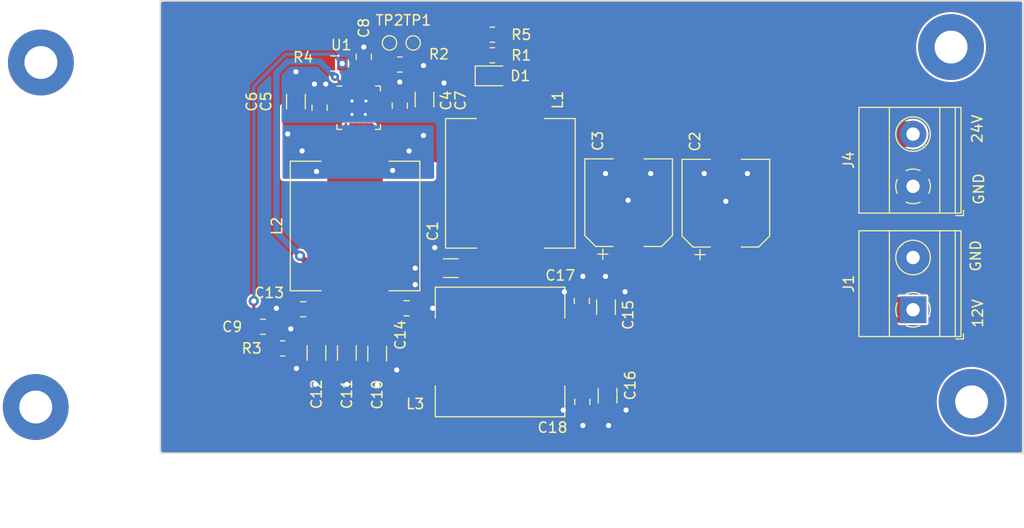
<source format=kicad_pcb>
(kicad_pcb (version 20211014) (generator pcbnew)
  (layers (0 "F.Cu" signal) (31 "B.Cu" signal) (34 "B.Paste" user) (35 "F.Paste" user) (36 "B.SilkS" user "B.Silkscreen") (37 "F.SilkS" user "F.Silkscreen") (38 "B.Mask" user) (39 "F.Mask" user) (44 "Edge.Cuts" user))
  (net 0 "")
  (net 1 "+24V")
  (net 2 "GND")
  (net 3 "/VIN_FILTERED")
  (net 4 "Net-(C8-Pad1)")
  (net 5 "Net-(C9-Pad2)")
  (net 6 "+12V")
  (net 7 "Net-(D1-Pad1)")
  (net 8 "/PG")
  (net 9 "Net-(R2-Pad2)")
  (net 15 "Net-(R1-Pad1)")
  (net 16 "Net-(TP2-Pad1)")
  (net 17 "/SW")
  (net 18 "/L2-L3")
  (footprint "Capacitor_SMD:C_0805_2012Metric" (layer "F.Cu") (at 159.9 94.45 90)
    (fp_text reference "C8" (at 2.8 0 90) (layer "F.SilkS"))
    (fp_text value "100n" hide)
    (fp_line (start -0.261252 -0.735) (end 0.261252 -0.735) (layer "F.SilkS") (width 0.12))
    (fp_line (start -0.261252 0.735) (end 0.261252 0.735) (layer "F.SilkS") (width 0.12))
    (pad "1" smd roundrect (at -0.95 0 90) (size 1 1.45) (layers "F.Cu" "F.Paste" "F.Mask") (net 4 "Net-(C8-Pad1)"))
    (pad "2" smd roundrect (at 0.95 0 90) (size 1 1.45) (layers "F.Cu" "F.Paste" "F.Mask") (net 2 "GND"))
  )
  (footprint "Capacitor_SMD:C_0805_2012Metric" (layer "F.Cu") (at 181.15 128 -90)
    (fp_text reference "C18" (at 2.5 2.9 180) (layer "F.SilkS"))
    (fp_text value "100n" hide)
    (fp_line (start -0.261252 0.735) (end 0.261252 0.735) (layer "F.SilkS") (width 0.12))
    (fp_line (start -0.261252 -0.735) (end 0.261252 -0.735) (layer "F.SilkS") (width 0.12))
    (pad "1" smd roundrect (at -0.95 0 270) (size 1 1.45) (layers "F.Cu" "F.Paste" "F.Mask") (net 6 "+12V"))
    (pad "2" smd roundrect (at 0.95 0 270) (size 1 1.45) (layers "F.Cu" "F.Paste" "F.Mask") (net 2 "GND"))
  )
  (footprint "Resistor_SMD:R_0805_2012Metric" (layer "F.Cu") (at 156.9 95.1 180)
    (fp_text reference "R4" (at 2.9 0.6) (layer "F.SilkS"))
    (fp_text value "88.7k" hide)
    (fp_line (start -0.227064 0.735) (end 0.227064 0.735) (layer "F.SilkS") (width 0.12))
    (fp_line (start -0.227064 -0.735) (end 0.227064 -0.735) (layer "F.SilkS") (width 0.12))
    (pad "1" smd roundrect (at -0.9125 0 180) (size 1.025 1.4) (layers "F.Cu" "F.Paste" "F.Mask") (roundrect_rratio 0.243902) (net 5 "Net-(C9-Pad2)"))
    (pad "2" smd roundrect (at 0.9125 0 180) (size 1.025 1.4) (layers "F.Cu" "F.Paste" "F.Mask") (roundrect_rratio 0.243902) (net 2 "GND"))
  )
  (footprint "TerminalBlock_Phoenix:TerminalBlock_Phoenix_MKDS-1,5-2-5.08_1x02_P5.08mm_Horizontal" (layer "F.Cu") (at 213.305 119.045 90)
    (fp_text reference "J1" (at 2.54 -6.26 90) (layer "F.SilkS"))
    (fp_text value "Screw_Terminal_01x02" hide)
    (fp_line (start 6.355 -1.069) (end 6.308 -1.023) (layer "F.SilkS") (width 0.12))
    (fp_line (start 7.68 -5.261) (end 7.68 4.66) (layer "F.SilkS") (width 0.12))
    (fp_line (start -2.6 -5.261) (end 7.68 -5.261) (layer "F.SilkS") (width 0.12))
    (fp_line (start -2.84 4.16) (end -2.84 4.9) (layer "F.SilkS") (width 0.12))
    (fp_line (start 6.15 -1.275) (end 6.115 -1.239) (layer "F.SilkS") (width 0.12))
    (fp_line (start -2.6 -5.261) (end -2.6 4.66) (layer "F.SilkS") (width 0.12))
    (fp_line (start -2.6 4.1) (end 7.68 4.1) (layer "F.SilkS") (width 0.12))
    (fp_line (start -2.84 4.9) (end -2.34 4.9) (layer "F.SilkS") (width 0.12))
    (fp_line (start -2.6 -2.301) (end 7.68 -2.301) (layer "F.SilkS") (width 0.12))
    (fp_line (start -2.6 2.6) (end 7.68 2.6) (layer "F.SilkS") (width 0.12))
    (fp_line (start -2.6 4.66) (end 7.68 4.66) (layer "F.SilkS") (width 0.12))
    (fp_line (start 4.046 1.239) (end 4.011 1.274) (layer "F.SilkS") (width 0.12))
    (fp_line (start 3.853 1.023) (end 3.806 1.069) (layer "F.SilkS") (width 0.12))
    (fp_arc (start 0.683318 1.534756) (mid 0.349292 1.643288) (end 0 1.68) (layer "F.SilkS") (width 0.12))
    (fp_arc (start 1.535427 -0.683042) (mid 1.680501 0.000524) (end 1.535 0.684) (layer "F.SilkS") (width 0.12))
    (fp_arc (start 0.028805 1.680253) (mid -0.335551 1.646659) (end -0.684 1.535) (layer "F.SilkS") (width 0.12))
    (fp_arc (start -1.535427 0.683042) (mid -1.680501 -0.000524) (end -1.535 -0.684) (layer "F.SilkS") (width 0.12))
    (fp_arc (start -0.683042 -1.535427) (mid 0.000524 -1.680501) (end 0.684 -1.535) (layer "F.SilkS") (width 0.12))
    (fp_circle (center 5.08 0) (end 6.76 0) (layer "F.SilkS") (width 0.12) (fill none))
    (pad "1" thru_hole rect (at 0 0 90) (size 2.6 2.6) (drill 1.3) (layers *.Cu *.Mask) (net 6 "+12V"))
    (pad "2" thru_hole circle (at 5.08 0 90) (size 2.6 2.6) (drill 1.3) (layers *.Cu *.Mask) (net 2 "GND"))
  )
  (footprint "TestPoint:TestPoint_Pad_D1.0mm" (layer "F.Cu") (at 162.4 93.1 180)
    (fp_text reference "TP2" (at 0 2.2 180) (layer "F.SilkS"))
    (fp_text value "TestPoint" hide)
    (fp_circle (center 0 0) (end 0 0.7) (layer "F.SilkS") (width 0.12) (fill none))
    (pad "1" smd circle (at 0 0 180) (size 1 1) (layers "F.Cu" "F.Mask") (net 16 "Net-(TP2-Pad1)"))
  )
  (footprint "Inductor_SMD:L_Wuerth_WE-PD-Typ-LS_Handsoldering" (layer "F.Cu") (at 173.15 123.15)
    (fp_text reference "L3" (at -8.25 5.05) (layer "F.SilkS"))
    (fp_text value "22uH")
    (fp_line (start -6.3 -6.3) (end 6.3 -6.3) (layer "F.SilkS") (width 0.12))
    (fp_line (start 6.3 3.3) (end 6.3 6.3) (layer "F.SilkS") (width 0.12))
    (fp_line (start 6.3 -6.3) (end 6.3 -3.3) (layer "F.SilkS") (width 0.12))
    (fp_line (start 6.3 6.3) (end -6.3 6.3) (layer "F.SilkS") (width 0.12))
    (fp_line (start -6.3 6.3) (end -6.3 3.3) (layer "F.SilkS") (width 0.12))
    (fp_line (start -6.3 -3.3) (end -6.3 -6.3) (layer "F.SilkS") (width 0.12))
    (pad "1" smd rect (at -5.9 0) (size 4.9 5.4) (layers "F.Cu" "F.Paste" "F.Mask") (net 18 "/L2-L3"))
    (pad "2" smd rect (at 5.9 0) (size 4.9 5.4) (layers "F.Cu" "F.Paste" "F.Mask") (net 6 "+12V"))
  )
  (footprint "Resistor_SMD:R_0805_2012Metric" (layer "F.Cu") (at 172.4 92.3)
    (fp_text reference "R5" (at 2.8125 0) (layer "F.SilkS"))
    (fp_text value "2.2k" hide)
    (fp_line (start -0.227064 -0.735) (end 0.227064 -0.735) (layer "F.SilkS") (width 0.12))
    (fp_line (start -0.227064 0.735) (end 0.227064 0.735) (layer "F.SilkS") (width 0.12))
    (pad "1" smd roundrect (at -0.9125 0) (size 1.025 1.4) (layers "F.Cu" "F.Paste" "F.Mask") (roundrect_rratio 0.243902) (net 8 "/PG"))
    (pad "2" smd roundrect (at 0.9125 0) (size 1.025 1.4) (layers "F.Cu" "F.Paste" "F.Mask") (roundrect_rratio 0.243902) (net 15 "Net-(R1-Pad1)"))
  )
  (footprint "Capacitor_SMD:C_0805_2012Metric" (layer "F.Cu") (at 181.1 118.2 90)
    (fp_text reference "C17" (at 2.5 -2.1) (layer "F.SilkS"))
    (fp_text value "100n" hide)
    (fp_line (start -0.261252 -0.735) (end 0.261252 -0.735) (layer "F.SilkS") (width 0.12))
    (fp_line (start -0.261252 0.735) (end 0.261252 0.735) (layer "F.SilkS") (width 0.12))
    (pad "1" smd roundrect (at -0.95 0 90) (size 1 1.45) (layers "F.Cu" "F.Paste" "F.Mask") (net 6 "+12V"))
    (pad "2" smd roundrect (at 0.95 0 90) (size 1 1.45) (layers "F.Cu" "F.Paste" "F.Mask") (net 2 "GND"))
  )
  (footprint "Resistor_SMD:R_0805_2012Metric" (layer "F.Cu") (at 150.1 120.7 180)
    (fp_text reference "C9" (at 3 0) (layer "F.SilkS"))
    (fp_text value "4.7p" hide)
    (fp_line (start -0.227064 -0.735) (end 0.227064 -0.735) (layer "F.SilkS") (width 0.12))
    (fp_line (start -0.227064 0.735) (end 0.227064 0.735) (layer "F.SilkS") (width 0.12))
    (pad "1" smd roundrect (at -0.9125 0 180) (size 1.025 1.4) (layers "F.Cu" "F.Paste" "F.Mask") (roundrect_rratio 0.243902) (net 18 "/L2-L3"))
    (pad "2" smd roundrect (at 0.9125 0 180) (size 1.025 1.4) (layers "F.Cu" "F.Paste" "F.Mask") (roundrect_rratio 0.243902) (net 5 "Net-(C9-Pad2)"))
  )
  (footprint "TerminalBlock_Phoenix:TerminalBlock_Phoenix_MKDS-1,5-2-5.08_1x02_P5.08mm_Horizontal" (layer "F.Cu") (at 213.305 107.045 90)
    (fp_text reference "J4" (at 2.54 -6.26 90) (layer "F.SilkS"))
    (fp_text value "Screw_Terminal_01x02" hide)
    (fp_line (start -2.6 2.6) (end 7.68 2.6) (layer "F.SilkS") (width 0.12))
    (fp_line (start -2.84 4.16) (end -2.84 4.9) (layer "F.SilkS") (width 0.12))
    (fp_line (start -2.6 -5.261) (end -2.6 4.66) (layer "F.SilkS") (width 0.12))
    (fp_line (start -2.6 4.1) (end 7.68 4.1) (layer "F.SilkS") (width 0.12))
    (fp_line (start 3.853 1.023) (end 3.806 1.069) (layer "F.SilkS") (width 0.12))
    (fp_line (start -2.6 -2.301) (end 7.68 -2.301) (layer "F.SilkS") (width 0.12))
    (fp_line (start 4.046 1.239) (end 4.011 1.274) (layer "F.SilkS") (width 0.12))
    (fp_line (start 6.15 -1.275) (end 6.115 -1.239) (layer "F.SilkS") (width 0.12))
    (fp_line (start -2.6 4.66) (end 7.68 4.66) (layer "F.SilkS") (width 0.12))
    (fp_line (start -2.6 -5.261) (end 7.68 -5.261) (layer "F.SilkS") (width 0.12))
    (fp_line (start 6.355 -1.069) (end 6.308 -1.023) (layer "F.SilkS") (width 0.12))
    (fp_line (start -2.84 4.9) (end -2.34 4.9) (layer "F.SilkS") (width 0.12))
    (fp_line (start 7.68 -5.261) (end 7.68 4.66) (layer "F.SilkS") (width 0.12))
    (fp_arc (start 1.535427 -0.683042) (mid 1.680501 0.000524) (end 1.535 0.684) (layer "F.SilkS") (width 0.12))
    (fp_arc (start -1.535427 0.683042) (mid -1.680501 -0.000524) (end -1.535 -0.684) (layer "F.SilkS") (width 0.12))
    (fp_arc (start 0.028805 1.680253) (mid -0.335551 1.646659) (end -0.684 1.535) (layer "F.SilkS") (width 0.12))
    (fp_arc (start 0.683318 1.534756) (mid 0.349292 1.643288) (end 0 1.68) (layer "F.SilkS") (width 0.12))
    (fp_arc (start -0.683042 -1.535427) (mid 0.000524 -1.680501) (end 0.684 -1.535) (layer "F.SilkS") (width 0.12))
    (fp_circle (center 5.08 0) (end 6.76 0) (layer "F.SilkS") (width 0.12) (fill none))
    (pad "1" thru_hole rect (at 0 0 90) (size 2.6 2.6) (drill 1.3) (layers *.Cu *.Mask) (net 2 "GND"))
    (pad "2" thru_hole circle (at 5.08 0 90) (size 2.6 2.6) (drill 1.3) (layers *.Cu *.Mask) (net 1 "+24V"))
  )
  (footprint "Capacitor_SMD:C_1206_3216Metric" (layer "F.Cu") (at 165.8 98.6 90)
    (fp_text reference "C7" (at -0.1 3.5 90) (layer "F.SilkS"))
    (fp_text value "10u")
    (fp_line (start -0.711252 0.91) (end 0.711252 0.91) (layer "F.SilkS") (width 0.12))
    (fp_line (start -0.711252 -0.91) (end 0.711252 -0.91) (layer "F.SilkS") (width 0.12))
    (pad "1" smd roundrect (at -1.475 0 90) (size 1.15 1.8) (layers "F.Cu" "F.Paste" "F.Mask") (roundrect_rratio 0.217391) (net 3 "/VIN_FILTERED"))
    (pad "2" smd roundrect (at 1.475 0 90) (size 1.15 1.8) (layers "F.Cu" "F.Paste" "F.Mask") (roundrect_rratio 0.217391) (net 2 "GND"))
  )
  (footprint "TestPoint:TestPoint_Pad_D1.0mm" (layer "F.Cu") (at 164.7 93.1)
    (fp_text reference "TP1" (at 0.4 -2.2) (layer "F.SilkS"))
    (fp_text value "TestPoint" hide)
    (fp_circle (center 0 0) (end 0 0.7) (layer "F.SilkS") (width 0.12) (fill none))
    (pad "1" smd circle (at 0 0) (size 1 1) (layers "F.Cu" "F.Mask") (net 2 "GND"))
  )
  (footprint "Capacitor_SMD:C_0805_2012Metric" (layer "F.Cu") (at 163.4 99.2 90)
    (fp_text reference "C4" (at 0.5 4.5 90) (layer "F.SilkS"))
    (fp_text value "1u")
    (fp_line (start -0.261252 -0.735) (end 0.261252 -0.735) (layer "F.SilkS") (width 0.12))
    (fp_line (start -0.261252 0.735) (end 0.261252 0.735) (layer "F.SilkS") (width 0.12))
    (pad "1" smd roundrect (at -0.95 0 90) (size 1 1.45) (layers "F.Cu" "F.Paste" "F.Mask") (net 3 "/VIN_FILTERED"))
    (pad "2" smd roundrect (at 0.95 0 90) (size 1 1.45) (layers "F.Cu" "F.Paste" "F.Mask") (net 2 "GND"))
  )
  (footprint "Resistor_SMD:R_0805_2012Metric" (layer "F.Cu") (at 163.4 95.2 180)
    (fp_text reference "R2" (at -3.8 1) (layer "F.SilkS"))
    (fp_text value "41.2k" hide)
    (fp_line (start -0.227064 -0.735) (end 0.227064 -0.735) (layer "F.SilkS") (width 0.12))
    (fp_line (start -0.227064 0.735) (end 0.227064 0.735) (layer "F.SilkS") (width 0.12))
    (pad "1" smd roundrect (at -0.9125 0 180) (size 1.025 1.4) (layers "F.Cu" "F.Paste" "F.Mask") (roundrect_rratio 0.243902) (net 2 "GND"))
    (pad "2" smd roundrect (at 0.9125 0 180) (size 1.025 1.4) (layers "F.Cu" "F.Paste" "F.Mask") (roundrect_rratio 0.243902) (net 9 "Net-(R2-Pad2)"))
  )
  (footprint "Capacitor_SMD:C_1206_3216Metric" (layer "F.Cu") (at 158.25 123.25 -90)
    (fp_text reference "C11" (at 4 0 90) (layer "F.SilkS"))
    (fp_text value "10u" hide)
    (fp_line (start -0.711252 0.91) (end 0.711252 0.91) (layer "F.SilkS") (width 0.12))
    (fp_line (start -0.711252 -0.91) (end 0.711252 -0.91) (layer "F.SilkS") (width 0.12))
    (pad "1" smd roundrect (at -1.475 0 270) (size 1.15 1.8) (layers "F.Cu" "F.Paste" "F.Mask") (roundrect_rratio 0.217391) (net 18 "/L2-L3"))
    (pad "2" smd roundrect (at 1.475 0 270) (size 1.15 1.8) (layers "F.Cu" "F.Paste" "F.Mask") (roundrect_rratio 0.217391) (net 2 "GND"))
  )
  (footprint "MountingHole:MountingHole_3.2mm_M3_Pad" (layer "F.Cu") (at 219 128)
    (fp_text reference "H2" hide)
    (fp_text value "MountingHole" hide)
    (pad "1" thru_hole circle (at 0 0) (size 6.4 6.4) (drill 3.2) (layers *.Cu *.Mask))
  )
  (footprint "Capacitor_SMD:CP_Elec_8x6.2" (layer "F.Cu") (at 195.1 108.6825 90)
    (fp_text reference "C2" (at 6 -3 90) (layer "F.SilkS"))
    (fp_text value "47u")
    (fp_line (start -4.26 -3.195563) (end -4.26 -1.51) (layer "F.SilkS") (width 0.12))
    (fp_line (start -5.5 -2.51) (end -4.5 -2.51) (layer "F.SilkS") (width 0.12))
    (fp_line (start 4.26 4.26) (end 4.26 1.51) (layer "F.SilkS") (width 0.12))
    (fp_line (start 4.26 -4.26) (end 4.26 -1.51) (layer "F.SilkS") (width 0.12))
    (fp_line (start -3.195563 -4.26) (end 4.26 -4.26) (layer "F.SilkS") (width 0.12))
    (fp_line (start -4.26 3.195563) (end -3.195563 4.26) (layer "F.SilkS") (width 0.12))
    (fp_line (start -3.195563 4.26) (end 4.26 4.26) (layer "F.SilkS") (width 0.12))
    (fp_line (start -4.26 3.195563) (end -4.26 1.51) (layer "F.SilkS") (width 0.12))
    (fp_line (start -5 -3.01) (end -5 -2.01) (layer "F.SilkS") (width 0.12))
    (fp_line (start -4.26 -3.195563) (end -3.195563 -4.26) (layer "F.SilkS") (width 0.12))
    (pad "1" smd roundrect (at -3.05 0 90) (size 4 2.5) (layers "F.Cu" "F.Paste" "F.Mask") (roundrect_rratio 0.1) (net 1 "+24V"))
    (pad "2" smd roundrect (at 3.05 0 90) (size 4 2.5) (layers "F.Cu" "F.Paste" "F.Mask") (roundrect_rratio 0.1) (net 2 "GND"))
  )
  (footprint "Inductor_SMD:L_Wuerth_WE-PD-Typ-LS_Handsoldering" (layer "F.Cu") (at 174.15 106.75 90)
    (fp_text reference "L1" (at 8.1 4.6 90) (layer "F.SilkS"))
    (fp_text value "4.7uH")
    (fp_line (start 6.3 -6.3) (end 6.3 -3.3) (layer "F.SilkS") (width 0.12))
    (fp_line (start -6.3 -3.3) (end -6.3 -6.3) (layer "F.SilkS") (width 0.12))
    (fp_line (start 6.3 3.3) (end 6.3 6.3) (layer "F.SilkS") (width 0.12))
    (fp_line (start -6.3 -6.3) (end 6.3 -6.3) (layer "F.SilkS") (width 0.12))
    (fp_line (start 6.3 6.3) (end -6.3 6.3) (layer "F.SilkS") (width 0.12))
    (fp_line (start -6.3 6.3) (end -6.3 3.3) (layer "F.SilkS") (width 0.12))
    (pad "1" smd rect (at -5.9 0 90) (size 4.9 5.4) (layers "F.Cu" "F.Paste" "F.Mask") (net 1 "+24V"))
    (pad "2" smd rect (at 5.9 0 90) (size 4.9 5.4) (layers "F.Cu" "F.Paste" "F.Mask") (net 3 "/VIN_FILTERED"))
  )
  (footprint "Capacitor_SMD:C_0805_2012Metric" (layer "F.Cu") (at 154 119 180)
    (fp_text reference "C13" (at 3.3 1.6) (layer "F.SilkS"))
    (fp_text value "100n" hide)
    (fp_line (start -0.261252 -0.735) (end 0.261252 -0.735) (layer "F.SilkS") (width 0.12))
    (fp_line (start -0.261252 0.735) (end 0.261252 0.735) (layer "F.SilkS") (width 0.12))
    (pad "1" smd roundrect (at -0.95 0 180) (size 1 1.45) (layers "F.Cu" "F.Paste" "F.Mask") (net 18 "/L2-L3"))
    (pad "2" smd roundrect (at 0.95 0 180) (size 1 1.45) (layers "F.Cu" "F.Paste" "F.Mask") (net 2 "GND"))
  )
  (footprint "Personal:LQFN-24-4x4mm_P0.5mm_4EP_1.125mm" (layer "F.Cu") (at 159.4 99.4)
    (fp_text reference "U1" (at -1.7 -6.1) (layer "F.SilkS"))
    (fp_text value "LT8640S" hide)
    (fp_line (start 2.11 -2.11) (end 2.11 -1.635) (layer "F.SilkS") (width 0.12))
    (fp_line (start 2.11 2.11) (end 2.11 1.635) (layer "F.SilkS") (width 0.12))
    (fp_line (start 1.635 -2.11) (end 2.11 -2.11) (layer "F.SilkS") (width 0.12))
    (fp_line (start -2.11 2.11) (end -2.11 1.635) (layer "F.SilkS") (width 0.12))
    (fp_line (start -1.635 -2.11) (end -2.11 -2.11) (layer "F.SilkS") (width 0.12))
    (fp_line (start -1.635 2.11) (end -2.11 2.11) (layer "F.SilkS") (width 0.12))
    (fp_line (start 1.635 2.11) (end 2.11 2.11) (layer "F.SilkS") (width 0.12))
    (pad "1" smd roundrect (at -1.9375 -1.25) (size 0.875 0.25) (layers "F.Cu" "F.Paste" "F.Mask") (net 18 "/L2-L3"))
    (pad "2" smd roundrect (at -1.9375 -0.75) (size 0.875 0.25) (layers "F.Cu" "F.Paste" "F.Mask"))
    (pad "3" smd roundrect (at -1.9375 -0.25) (size 0.875 0.25) (layers "F.Cu" "F.Paste" "F.Mask") (net 2 "GND"))
    (pad "4" smd roundrect (at -1.9375 0.25) (size 0.875 0.25) (layers "F.Cu" "F.Paste" "F.Mask"))
    (pad "5" smd roundrect (at -1.9375 0.75) (size 0.875 0.25) (layers "F.Cu" "F.Paste" "F.Mask") (net 3 "/VIN_FILTERED"))
    (pad "6" smd roundrect (at -1.9375 1.25) (size 0.875 0.25) (layers "F.Cu" "F.Paste" "F.Mask") (net 3 "/VIN_FILTERED"))
    (pad "7" smd roundrect (at -1.25 1.9375) (size 0.25 0.875) (layers "F.Cu" "F.Paste" "F.Mask"))
    (pad "8" smd roundrect (at -0.75 1.9375) (size 0.25 0.875) (layers "F.Cu" "F.Paste" "F.Mask") (net 17 "/SW"))
    (pad "9" smd roundrect (at -0.25 1.9375) (size 0.25 0.875) (layers "F.Cu" "F.Paste" "F.Mask") (net 17 "/SW"))
    (pad "10" smd roundrect (at 0.25 1.9375) (size 0.25 0.875) (layers "F.Cu" "F.Paste" "F.Mask") (net 17 "/SW"))
    (pad "11" smd roundrect (at 0.75 1.9375) (size 0.25 0.875) (layers "F.Cu" "F.Paste" "F.Mask") (net 17 "/SW"))
    (pad "12" smd roundrect (at 1.25 1.9375) (size 0.25 0.875) (layers "F.Cu" "F.Paste" "F.Mask") (net 17 "/SW"))
    (pad "13" smd roundrect (at 1.9375 1.25) (size 0.875 0.25) (layers "F.Cu" "F.Paste" "F.Mask") (net 3 "/VIN_FILTERED"))
    (pad "14" smd roundrect (at 1.9375 0.75) (size 0.875 0.25) (layers "F.Cu" "F.Paste" "F.Mask") (net 3 "/VIN_FILTERED"))
    (pad "15" smd roundrect (at 1.9375 0.25) (size 0.875 0.25) (layers "F.Cu" "F.Paste" "F.Mask"))
    (pad "16" smd roundrect (at 1.9375 -0.25) (size 0.875 0.25) (layers "F.Cu" "F.Paste" "F.Mask") (net 2 "GND"))
    (pad "17" smd roundrect (at 1.9375 -0.75) (size 0.875 0.25) (layers "F.Cu" "F.Paste" "F.Mask") (net 3 "/VIN_FILTERED"))
    (pad "18" smd roundrect (at 1.9375 -1.25) (size 0.875 0.25) (layers "F.Cu" "F.Paste" "F.Mask") (net 9 "Net-(R2-Pad2)"))
    (pad "19" smd roundrect (at 1.25 -1.9375) (size 0.25 0.875) (layers "F.Cu" "F.Paste" "F.Mask") (net 16 "Net-(TP2-Pad1)"))
    (pad "20" smd roundrect (at 0.75 -1.9375) (size 0.25 0.875) (layers "F.Cu" "F.Paste" "F.Mask"))
    (pad "21" smd roundrect (at 0.25 -1.9375) (size 0.25 0.875) (layers "F.Cu" "F.Paste" "F.Mask") (net 4 "Net-(C8-Pad1)"))
    (pad "22" smd roundrect (at -0.25 -1.9375) (size 0.25 0.875) (layers "F.Cu" "F.Paste" "F.Mask") (net 2 "GND"))
    (pad "23" smd roundrect (at -0.75 -1.9375) (size 0.25 0.875) (layers "F.Cu" "F.Paste" "F.Mask") (net 8 "/PG"))
    (pad "24" smd roundrect (at -1.25 -1.9375) (size 0.25 0.875) (layers "F.Cu" "F.Paste" "F.Mask") (net 5 "Net-(C9-Pad2)"))
    (pad "25" smd roundrect (at -0.6625 -0.6625) (size 1.125 1.125) (layers "F.Cu" "F.Mask") (roundrect_rratio 0) (chamfer_ratio 0.18) (chamfer top_left) (net 2 "GND"))
    (pad "26" smd rect (at 0.6625 -0.6625) (size 1.125 1.125) (layers "F.Cu" "F.Mask") (net 2 "GND"))
    (pad "27" smd rect (at -0.6625 0.6625) (size 1.125 1.125) (layers "F.Cu" "F.Mask") (net 2 "GND"))
    (pad "28" smd rect (at 0.6625 0.6625) (size 1.125 1.125) (layers "F.Cu" "F.Mask") (net 2 "GND"))
  )
  (footprint "Capacitor_SMD:C_1206_3216Metric" (layer "F.Cu") (at 161.2 123.3 -90)
    (fp_text reference "C10" (at 4 0 90) (layer "F.SilkS"))
    (fp_text value "47u" hide)
    (fp_line (start -0.711252 0.91) (end 0.711252 0.91) (layer "F.SilkS") (width 0.12))
    (fp_line (start -0.711252 -0.91) (end 0.711252 -0.91) (layer "F.SilkS") (width 0.12))
    (pad "1" smd roundrect (at -1.475 0 270) (size 1.15 1.8) (layers "F.Cu" "F.Paste" "F.Mask") (roundrect_rratio 0.217391) (net 18 "/L2-L3"))
    (pad "2" smd roundrect (at 1.475 0 270) (size 1.15 1.8) (layers "F.Cu" "F.Paste" "F.Mask") (roundrect_rratio 0.217391) (net 2 "GND"))
  )
  (footprint "Capacitor_SMD:C_1206_3216Metric" (layer "F.Cu") (at 155.3 123.25 -90)
    (fp_text reference "C12" (at 4 0 90) (layer "F.SilkS"))
    (fp_text value "10u" hide)
    (fp_line (start -0.711252 -0.91) (end 0.711252 -0.91) (layer "F.SilkS") (width 0.12))
    (fp_line (start -0.711252 0.91) (end 0.711252 0.91) (layer "F.SilkS") (width 0.12))
    (pad "1" smd roundrect (at -1.475 0 270) (size 1.15 1.8) (layers "F.Cu" "F.Paste" "F.Mask") (roundrect_rratio 0.217391) (net 18 "/L2-L3"))
    (pad "2" smd roundrect (at 1.475 0 270) (size 1.15 1.8) (layers "F.Cu" "F.Paste" "F.Mask") (roundrect_rratio 0.217391) (net 2 "GND"))
  )
  (footprint "MountingHole:MountingHole_3.2mm_M3_Pad" (layer "F.Cu") (at 128.5 95)
    (fp_text reference "H3" hide)
    (fp_text value "MountingHole" hide)
    (pad "1" thru_hole circle (at 0 0) (size 6.4 6.4) (drill 3.2) (layers *.Cu *.Mask))
  )
  (footprint "Capacitor_SMD:C_1206_3216Metric" (layer "F.Cu") (at 183.6 127.4 -90)
    (fp_text reference "C16" (at -1 -2.2 -90) (layer "F.SilkS"))
    (fp_text value "10u" hide)
    (fp_line (start -0.711252 -0.91) (end 0.711252 -0.91) (layer "F.SilkS") (width 0.12))
    (fp_line (start -0.711252 0.91) (end 0.711252 0.91) (layer "F.SilkS") (width 0.12))
    (pad "1" smd roundrect (at -1.475 0 270) (size 1.15 1.8) (layers "F.Cu" "F.Paste" "F.Mask") (roundrect_rratio 0.217391) (net 6 "+12V"))
    (pad "2" smd roundrect (at 1.475 0 270) (size 1.15 1.8) (layers "F.Cu" "F.Paste" "F.Mask") (roundrect_rratio 0.217391) (net 2 "GND"))
  )
  (footprint "Capacitor_SMD:CP_Elec_8x6.2" (layer "F.Cu") (at 185.65 108.6325 90)
    (fp_text reference "C3" (at 6 -3 90) (layer "F.SilkS"))
    (fp_text value "47u")
    (fp_line (start -3.195563 -4.26) (end 4.26 -4.26) (layer "F.SilkS") (width 0.12))
    (fp_line (start 4.26 -4.26) (end 4.26 -1.51) (layer "F.SilkS") (width 0.12))
    (fp_line (start -5.5 -2.51) (end -4.5 -2.51) (layer "F.SilkS") (width 0.12))
    (fp_line (start 4.26 4.26) (end 4.26 1.51) (layer "F.SilkS") (width 0.12))
    (fp_line (start -4.26 -3.195563) (end -3.195563 -4.26) (layer "F.SilkS") (width 0.12))
    (fp_line (start -3.195563 4.26) (end 4.26 4.26) (layer "F.SilkS") (width 0.12))
    (fp_line (start -4.26 3.195563) (end -3.195563 4.26) (layer "F.SilkS") (width 0.12))
    (fp_line (start -4.26 3.195563) (end -4.26 1.51) (layer "F.SilkS") (width 0.12))
    (fp_line (start -5 -3.01) (end -5 -2.01) (layer "F.SilkS") (width 0.12))
    (fp_line (start -4.26 -3.195563) (end -4.26 -1.51) (layer "F.SilkS") (width 0.12))
    (pad "1" smd roundrect (at -3.05 0 90) (size 4 2.5) (layers "F.Cu" "F.Paste" "F.Mask") (roundrect_rratio 0.1) (net 1 "+24V"))
    (pad "2" smd roundrect (at 3.05 0 90) (size 4 2.5) (layers "F.Cu" "F.Paste" "F.Mask") (roundrect_rratio 0.1) (net 2 "GND"))
  )
  (footprint "Capacitor_SMD:C_0805_2012Metric" (layer "F.Cu") (at 164.05 118.9)
    (fp_text reference "C14" (at -0.6 2.6 270) (layer "F.SilkS"))
    (fp_text value "100n" hide)
    (fp_line (start -0.261252 0.735) (end 0.261252 0.735) (layer "F.SilkS") (width 0.12))
    (fp_line (start -0.261252 -0.735) (end 0.261252 -0.735) (layer "F.SilkS") (width 0.12))
    (pad "1" smd roundrect (at -0.95 0) (size 1 1.45) (layers "F.Cu" "F.Paste" "F.Mask") (net 18 "/L2-L3"))
    (pad "2" smd roundrect (at 0.95 0) (size 1 1.45) (layers "F.Cu" "F.Paste" "F.Mask") (net 2 "GND"))
  )
  (footprint "MountingHole:MountingHole_3.2mm_M3_Pad" (layer "F.Cu") (at 217 93.5)
    (fp_text reference "H1" hide)
    (fp_text value "MountingHole" hide)
    (pad "1" thru_hole circle (at 0 0) (size 6.4 6.4) (drill 3.2) (layers *.Cu *.Mask))
  )
  (footprint "MountingHole:MountingHole_3.2mm_M3_Pad" (layer "F.Cu") (at 128 128.5)
    (fp_text reference "H4" hide)
    (fp_text value "MountingHole" hide)
    (pad "1" thru_hole circle (at 0 0) (size 6.4 6.4) (drill 3.2) (layers *.Cu *.Mask))
  )
  (footprint "Capacitor_SMD:C_1206_3216Metric" (layer "F.Cu") (at 168.35 115 180)
    (fp_text reference "C1" (at 1.75 3.6 90) (layer "F.SilkS"))
    (fp_text value "22u" hide)
    (fp_line (start -0.711252 0.91) (end 0.711252 0.91) (layer "F.SilkS") (width 0.12))
    (fp_line (start -0.711252 -0.91) (end 0.711252 -0.91) (layer "F.SilkS") (width 0.12))
    (pad "1" smd roundrect (at -1.475 0 180) (size 1.15 1.8) (layers "F.Cu" "F.Paste" "F.Mask") (roundrect_rratio 0.217391) (net 1 "+24V"))
    (pad "2" smd roundrect (at 1.475 0 180) (size 1.15 1.8) (layers "F.Cu" "F.Paste" "F.Mask") (roundrect_rratio 0.217391) (net 2 "GND"))
  )
  (footprint "Capacitor_SMD:C_1206_3216Metric" (layer "F.Cu") (at 153.3 98.8 90)
    (fp_text reference "C6" (at 0 -4.3 90) (layer "F.SilkS"))
    (fp_text value "10u")
    (fp_line (start -0.711252 0.91) (end 0.711252 0.91) (layer "F.SilkS") (width 0.12))
    (fp_line (start -0.711252 -0.91) (end 0.711252 -0.91) (layer "F.SilkS") (width 0.12))
    (pad "1" smd roundrect (at -1.475 0 90) (size 1.15 1.8) (layers "F.Cu" "F.Paste" "F.Mask") (roundrect_rratio 0.217391) (net 3 "/VIN_FILTERED"))
    (pad "2" smd roundrect (at 1.475 0 90) (size 1.15 1.8) (layers "F.Cu" "F.Paste" "F.Mask") (roundrect_rratio 0.217391) (net 2 "GND"))
  )
  (footprint "Resistor_SMD:R_0805_2012Metric" (layer "F.Cu") (at 172.4 94.3 180)
    (fp_text reference "R1" (at -2.8125 0) (layer "F.SilkS"))
    (fp_text value "2.2k" hide)
    (fp_line (start -0.227064 0.735) (end 0.227064 0.735) (layer "F.SilkS") (width 0.12))
    (fp_line (start -0.227064 -0.735) (end 0.227064 -0.735) (layer "F.SilkS") (width 0.12))
    (pad "1" smd roundrect (at -0.9125 0 180) (size 1.025 1.4) (layers "F.Cu" "F.Paste" "F.Mask") (roundrect_rratio 0.243902) (net 15 "Net-(R1-Pad1)"))
    (pad "2" smd roundrect (at 0.9125 0 180) (size 1.025 1.4) (layers "F.Cu" "F.Paste" "F.Mask") (roundrect_rratio 0.243902) (net 7 "Net-(D1-Pad1)"))
  )
  (footprint "LED_SMD:LED_0805_2012Metric" (layer "F.Cu") (at 172.4125 96.3)
    (fp_text reference "D1" (at 2.7 0) (layer "F.SilkS"))
    (fp_text value "GREEN" hide)
    (fp_line (start -1.685 0.96) (end 1 0.96) (layer "F.SilkS") (width 0.12))
    (fp_line (start 1 -0.96) (end -1.685 -0.96) (layer "F.SilkS") (width 0.12))
    (fp_line (start -1.685 -0.96) (end -1.685 0.96) (layer "F.SilkS") (width 0.12))
    (pad "1" smd roundrect (at -0.9375 0) (size 0.975 1.4) (layers "F.Cu" "F.Paste" "F.Mask") (net 7 "Net-(D1-Pad1)"))
    (pad "2" smd roundrect (at 0.9375 0) (size 0.975 1.4) (layers "F.Cu" "F.Paste" "F.Mask") (net 3 "/VIN_FILTERED"))
  )
  (footprint "Resistor_SMD:R_0805_2012Metric" (layer "F.Cu") (at 152 122.8 180)
    (fp_text reference "R3" (at 3 0) (layer "F.SilkS"))
    (fp_text value "1M" hide)
    (fp_line (start -0.227064 0.735) (end 0.227064 0.735) (layer "F.SilkS") (width 0.12))
    (fp_line (start -0.227064 -0.735) (end 0.227064 -0.735) (layer "F.SilkS") (width 0.12))
    (pad "1" smd roundrect (at -0.9125 0 180) (size 1.025 1.4) (layers "F.Cu" "F.Paste" "F.Mask") (roundrect_rratio 0.243902) (net 18 "/L2-L3"))
    (pad "2" smd roundrect (at 0.9125 0 180) (size 1.025 1.4) (layers "F.Cu" "F.Paste" "F.Mask") (roundrect_rratio 0.243902) (net 5 "Net-(C9-Pad2)"))
  )
  (footprint "Capacitor_SMD:C_0805_2012Metric" (layer "F.Cu") (at 155.6 99.4 90)
    (fp_text reference "C5" (at 0.6 -5.2 270) (layer "F.SilkS"))
    (fp_text value "1u")
    (fp_line (start -0.261252 -0.735) (end 0.261252 -0.735) (layer "F.SilkS") (width 0.12))
    (fp_line (start -0.261252 0.735) (end 0.261252 0.735) (layer "F.SilkS") (width 0.12))
    (pad "1" smd roundrect (at -0.95 0 90) (size 1 1.45) (layers "F.Cu" "F.Paste" "F.Mask") (net 3 "/VIN_FILTERED"))
    (pad "2" smd roundrect (at 0.95 0 90) (size 1 1.45) (layers "F.Cu" "F.Paste" "F.Mask") (net 2 "GND"))
  )
  (footprint "Capacitor_SMD:C_1206_3216Metric" (layer "F.Cu") (at 183.45 118.8 90)
    (fp_text reference "C15" (at -0.75 2.15 270) (layer "F.SilkS"))
    (fp_text value "10u" hide)
    (fp_line (start -0.711252 -0.91) (end 0.711252 -0.91) (layer "F.SilkS") (width 0.12))
    (fp_line (start -0.711252 0.91) (end 0.711252 0.91) (layer "F.SilkS") (width 0.12))
    (pad "1" smd roundrect (at -1.475 0 90) (size 1.15 1.8) (layers "F.Cu" "F.Paste" "F.Mask") (roundrect_rratio 0.217391) (net 6 "+12V"))
    (pad "2" smd roundrect (at 1.475 0 90) (size 1.15 1.8) (layers "F.Cu" "F.Paste" "F.Mask") (roundrect_rratio 0.217391) (net 2 "GND"))
  )
  (footprint "Inductor_SMD:L_Wuerth_WE-PD-Typ-LS_Handsoldering" (layer "F.Cu") (at 159.05 110.9 -90)
    (fp_text reference "L2" (at 0 7.6 90) (layer "F.SilkS"))
    (fp_text value "4.7uH")
    (fp_line (start -6.3 -3.3) (end -6.3 -6.3) (layer "F.SilkS") (width 0.12))
    (fp_line (start -6.3 6.3) (end -6.3 3.3) (layer "F.SilkS") (width 0.12))
    (fp_line (start 6.3 -6.3) (end 6.3 -3.3) (layer "F.SilkS") (width 0.12))
    (fp_line (start 6.3 6.3) (end -6.3 6.3) (layer "F.SilkS") (width 0.12))
    (fp_line (start -6.3 -6.3) (end 6.3 -6.3) (layer "F.SilkS") (width 0.12))
    (fp_line (start 6.3 3.3) (end 6.3 6.3) (layer "F.SilkS") (width 0.12))
    (pad "1" smd rect (at -5.9 0 270) (size 4.9 5.4) (layers "F.Cu" "F.Paste" "F.Mask") (net 17 "/SW"))
    (pad "2" smd rect (at 5.9 0 270) (size 4.9 5.4) (layers "F.Cu" "F.Paste" "F.Mask") (net 18 "/L2-L3"))
  )
  (gr_rect (start 224 133) (end 140.1 89) (layer "Edge.Cuts") (width 0.1) (fill none))
  (gr_text "12V" (at 219.6 119.4 90) (layer "F.SilkS") (effects (font (size 1 1))))
  (gr_text "GND" (at 219.4 113.8 90) (layer "F.SilkS") (effects (font (size 1 1))))
  (gr_text "24V" (at 219.55 101.45 90) (layer "F.SilkS") (effects (font (size 1 1))))
  (gr_text "GND" (at 219.7 107.3 90) (layer "F.SilkS") (effects (font (size 1 1))))
  (segment (start 207.835 101.965) (end 213.305 101.965) (width 2.5) (layer "F.Cu") (net 1))
  (segment (start 198.0675 111.7325) (end 207.835 101.965) (width 2.5) (layer "F.Cu") (net 1))
  (segment (start 195.1 111.7325) (end 198.0675 111.7325) (width 2.5) (layer "F.Cu") (net 1))
  (via (at 195.1 108.5) (size 1) (drill 0.5) (layers "F.Cu" "B.Cu") (net 2))
  (via (at 165.7 95.3) (size 1) (drill 0.5) (layers "F.Cu" "B.Cu") (net 2))
  (via (at 160.1 98.75) (size 0.8) (drill 0.3) (layers "F.Cu" "B.Cu") (net 2))
  (via (at 185.6 108.4) (size 1) (drill 0.5) (layers "F.Cu" "B.Cu") (net 2))
  (via (at 166.8 113) (size 1) (drill 0.5) (layers "F.Cu" "B.Cu") (net 2))
  (via (at 166.6 118.9) (size 1) (drill 0.5) (layers "F.Cu" "B.Cu") (net 2))
  (via (at 187.8 105.8) (size 1) (drill 0.5) (layers "F.Cu" "B.Cu") (net 2))
  (via (at 160.05 100.05) (size 0.8) (drill 0.3) (layers "F.Cu" "B.Cu") (net 2))
  (via (at 164.9 116.6) (size 1) (drill 0.5) (layers "F.Cu" "B.Cu") (net 2))
  (via (at 161.2 126.35) (size 1) (drill 0.5) (layers "F.Cu" "B.Cu") (net 2))
  (via (at 151.4 118.9) (size 1) (drill 0.5) (layers "F.Cu" "B.Cu") (net 2))
  (via (at 158.75 98.75) (size 0.8) (drill 0.3) (layers "F.Cu" "B.Cu") (net 2))
  (via (at 155.2 126.3) (size 1) (drill 0.5) (layers "F.Cu" "B.Cu") (net 2))
  (via (at 179.4 117.3) (size 1) (drill 0.5) (layers "F.Cu" "B.Cu") (net 2))
  (via (at 167.7 97) (size 1) (drill 0.5) (layers "F.Cu" "B.Cu") (net 2))
  (via (at 181.2 130.3) (size 1) (drill 0.5) (layers "F.Cu" "B.Cu") (net 2))
  (via (at 183.7 130.3) (size 1) (drill 0.5) (layers "F.Cu" "B.Cu") (net 2))
  (via (at 159.9 93.5) (size 1) (drill 0.5) (layers "F.Cu" "B.Cu") (net 2))
  (via (at 158.75 100.05) (size 0.8) (drill 0.3) (layers "F.Cu" "B.Cu") (net 2))
  (via (at 181.2 115.8) (size 1) (drill 0.5) (layers "F.Cu" "B.Cu") (net 2))
  (via (at 163.4 96.9) (size 1) (drill 0.5) (layers "F.Cu" "B.Cu") (net 2))
  (via (at 197.2 105.8) (size 1) (drill 0.5) (layers "F.Cu" "B.Cu") (net 2))
  (via (at 164.9 115) (size 1) (drill 0.5) (layers "F.Cu" "B.Cu") (net 2))
  (via (at 183.4 115.8) (size 1) (drill 0.5) (layers "F.Cu" "B.Cu") (net 2))
  (via (at 158.25 126.3) (size 1) (drill 0.5) (layers "F.Cu" "B.Cu") (net 2))
  (via (at 185.4 128.8) (size 1) (drill 0.5) (layers "F.Cu" "B.Cu") (net 2))
  (via (at 163.1 124.9) (size 1) (drill 0.5) (layers "F.Cu" "B.Cu") (net 2))
  (via (at 152.8 120.9) (size 1) (drill 0.5) (layers "F.Cu" "B.Cu") (net 2))
  (via (at 153.35 124.75) (size 1) (drill 0.5) (layers "F.Cu" "B.Cu") (net 2))
  (via (at 185.3 117.3) (size 1) (drill 0.5) (layers "F.Cu" "B.Cu") (net 2))
  (via (at 179.3 128.8) (size 1) (drill 0.5) (layers "F.Cu" "B.Cu") (net 2))
  (via (at 193 105.8) (size 1) (drill 0.5) (layers "F.Cu" "B.Cu") (net 2))
  (via (at 156.2 97.1) (size 1) (drill 0.5) (layers "F.Cu" "B.Cu") (net 2))
  (via (at 153.3 95.9) (size 1) (drill 0.5) (layers "F.Cu" "B.Cu") (net 2))
  (via (at 155.1 97.1) (size 1) (drill 0.5) (layers "F.Cu" "B.Cu") (net 2))
  (via (at 183.4 105.8) (size 1) (drill 0.5) (layers "F.Cu" "B.Cu") (net 2))
  (segment (start 161.9 98.65) (end 161.3375 98.65) (width 0.2) (layer "F.Cu") (net 3))
  (segment (start 174.15 100.85) (end 174.15 97.1) (width 0.2) (layer "F.Cu") (net 3))
  (segment (start 174.15 97.1) (end 173.35 96.3) (width 0.2) (layer "F.Cu") (net 3))
  (segment (start 163.4 100.15) (end 161.9 98.65) (width 0.2) (layer "F.Cu") (net 3))
  (via (at 165.7 102.1) (size 1) (drill 0.5) (layers "F.Cu" "B.Cu") (net 3))
  (via (at 153.9 103.6) (size 1) (drill 0.5) (layers "F.Cu" "B.Cu") (net 3))
  (via (at 152.5 101.95) (size 1) (drill 0.5) (layers "F.Cu" "B.Cu") (net 3))
  (via (at 164.3 103.6) (size 1) (drill 0.5) (layers "F.Cu" "B.Cu") (net 3))
  (via (at 155.3 105.6) (size 1) (drill 0.5) (layers "F.Cu" "B.Cu") (net 3))
  (via (at 162.7 105.5) (size 1) (drill 0.5) (layers "F.Cu" "B.Cu") (net 3))
  (segment (start 159.65 95.6) (end 159.9 95.35) (width 0.2) (layer "F.Cu") (net 4))
  (segment (start 159.65 97.4625) (end 159.65 95.6) (width 0.2) (layer "F.Cu") (net 4))
  (segment (start 149.2 120.6875) (end 149.1875 120.7) (width 0.3) (layer "F.Cu") (net 5))
  (segment (start 158.15 95.45) (end 158.15 97.4625) (width 0.3) (layer "F.Cu") (net 5))
  (segment (start 157.8 95.1) (end 158.15 95.45) (width 0.3) (layer "F.Cu") (net 5))
  (segment (start 149.1875 120.7) (end 149.1875 120.9) (width 0.3) (layer "F.Cu") (net 5))
  (segment (start 149.1875 120.9) (end 151.0875 122.8) (width 0.3) (layer "F.Cu") (net 5))
  (segment (start 149.2 118.2) (end 149.2 120.6875) (width 0.3) (layer "F.Cu") (net 5))
  (via (at 157.8 95.1) (size 1) (drill 0.5) (layers "F.Cu" "B.Cu") (net 5))
  (via (at 149.2 118.2) (size 1) (drill 0.5) (layers "F.Cu" "B.Cu") (net 5))
  (segment (start 152.3 94.2) (end 149.2 97.3) (width 0.3) (layer "B.Cu") (net 5))
  (segment (start 149.2 97.3) (end 149.2 118.2) (width 0.3) (layer "B.Cu") (net 5))
  (segment (start 157.8 95.1) (end 156.9 94.2) (width 0.3) (layer "B.Cu") (net 5))
  (segment (start 156.9 94.2) (end 152.3 94.2) (width 0.3) (layer "B.Cu") (net 5))
  (segment (start 188.55 123.15) (end 192.655 119.045) (width 2.5) (layer "F.Cu") (net 6))
  (segment (start 192.655 119.045) (end 213.305 119.045) (width 2.5) (layer "F.Cu") (net 6))
  (segment (start 179.05 123.15) (end 188.55 123.15) (width 2.5) (layer "F.Cu") (net 6))
  (segment (start 171.4875 96.2875) (end 171.475 96.3) (width 0.2) (layer "F.Cu") (net 7))
  (segment (start 171.4875 94.3) (end 171.4875 96.2875) (width 0.2) (layer "F.Cu") (net 7))
  (segment (start 159.947862 91.9) (end 171.0875 91.9) (width 0.2) (layer "F.Cu") (net 8))
  (segment (start 171.0875 91.9) (end 171.4875 92.3) (width 0.2) (layer "F.Cu") (net 8))
  (segment (start 158.65 97.4625) (end 158.65 96.45) (width 0.2) (layer "F.Cu") (net 8))
  (segment (start 158.65 96.45) (end 158.8 96.3) (width 0.2) (layer "F.Cu") (net 8))
  (segment (start 158.8 96.3) (end 158.8 93.047862) (width 0.2) (layer "F.Cu") (net 8))
  (segment (start 158.8 93.047862) (end 159.947862 91.9) (width 0.2) (layer "F.Cu") (net 8))
  (segment (start 161.3375 98.15) (end 161.85 98.15) (width 0.2) (layer "F.Cu") (net 9))
  (segment (start 162.4875 97.5125) (end 162.4875 95.2) (width 0.2) (layer "F.Cu") (net 9))
  (segment (start 161.85 98.15) (end 162.4875 97.5125) (width 0.2) (layer "F.Cu") (net 9))
  (segment (start 173.3125 92.3) (end 173.3125 94.3) (width 0.2) (layer "F.Cu") (net 15))
  (segment (start 161.1 96.2) (end 161.1 94.1) (width 0.2) (layer "F.Cu") (net 16))
  (segment (start 160.65 96.65) (end 161.1 96.2) (width 0.2) (layer "F.Cu") (net 16))
  (segment (start 161.1 94.1) (end 162.1 93.1) (width 0.2) (layer "F.Cu") (net 16))
  (segment (start 162.1 93.1) (end 162.4 93.1) (width 0.2) (layer "F.Cu") (net 16))
  (segment (start 160.65 97.4625) (end 160.65 96.65) (width 0.2) (layer "F.Cu") (net 16))
  (segment (start 157.1 96.4) (end 157.4625 96.7625) (width 0.2) (layer "F.Cu") (net 18))
  (segment (start 152.9125 122.8) (end 154.275 122.8) (width 0.3) (layer "F.Cu") (net 18))
  (segment (start 153.7 113.8) (end 156.7 116.8) (width 0.6) (layer "F.Cu") (net 18))
  (segment (start 151.0125 120.7) (end 151.0125 120.9) (width 0.3) (layer "F.Cu") (net 18))
  (segment (start 151.0125 120.9) (end 152.9125 122.8) (width 0.3) (layer "F.Cu") (net 18))
  (segment (start 154.275 122.8) (end 155.3 121.775) (width 0.3) (layer "F.Cu") (net 18))
  (segment (start 157.4625 96.7625) (end 157.4625 98.15) (width 0.2) (layer "F.Cu") (net 18))
  (segment (start 156.7 116.8) (end 159.05 116.8) (width 0.2) (layer "F.Cu") (net 18))
  (via (at 153.7 113.8) (size 1) (drill 0.5) (layers "F.Cu" "B.Cu") (net 18))
  (via (at 157.1 96.4) (size 0.8) (drill 0.3) (layers "F.Cu" "B.Cu") (net 18))
  (segment (start 151.4 96.01856) (end 151.4 111.5) (width 0.6) (layer "B.Cu") (net 18))
  (segment (start 151.4 111.5) (end 153.7 113.8) (width 0.6) (layer "B.Cu") (net 18))
  (segment (start 157.1 96.4) (end 155.600489 94.900489) (width 0.6) (layer "B.Cu") (net 18))
  (segment (start 152.518071 94.900489) (end 151.4 96.01856) (width 0.6) (layer "B.Cu") (net 18))
  (segment (start 155.600489 94.900489) (end 152.518071 94.900489) (width 0.6) (layer "B.Cu") (net 18))
  (zone (net 17) (net_name "/SW") (layer "F.Cu") (priority 2) (connect_pads yes (clearance 0.1)) (min_thickness 0.254) (fill yes (thermal_gap 0.508) (thermal_bridge_width 0.508))
    (polygon (pts (xy 161.75 102.55) (xy 161.75 104.4) (xy 156.35 104.4) (xy 156.35 102.55) (xy 158.45 101.8) (xy 158.45 100.9) (xy 160.8 100.9)))
  )
  (zone (net 1) (net_name "+24V") (layer "F.Cu") (priority 2) (connect_pads yes (clearance 0.2)) (min_thickness 0.254) (fill yes (thermal_gap 0.508) (thermal_bridge_width 0.508))
    (polygon (pts (xy 197.8 114.5) (xy 177.7 114.5) (xy 177.7 116.5) (xy 168.6 116.5) (xy 168.6 112.9) (xy 170.4 112.9) (xy 170.4 109.3) (xy 197.8 109.3)))
  )
  (zone (net 2) (net_name "GND") (layer "F.Cu") (connect_pads yes (clearance 0.1)) (min_thickness 0.254) (fill yes (thermal_gap 0.508) (thermal_bridge_width 0.508))
    (polygon (pts (xy 224 133) (xy 140.1 133) (xy 140.1 89) (xy 224 89)))
  )
  (zone (net 6) (net_name "+12V") (layer "F.Cu") (priority 2) (connect_pads yes (clearance 0.2)) (min_thickness 0.254) (fill yes (thermal_gap 0.508) (thermal_bridge_width 0.508))
    (polygon (pts (xy 185.5 127.9) (xy 179.5 127.9) (xy 179.5 118.4) (xy 185.5 118.4)))
  )
  (zone (net 3) (net_name "/VIN_FILTERED") (layer "F.Cu") (priority 1) (connect_pads yes (clearance 0.25)) (min_thickness 0.254) (fill yes (thermal_gap 0.508) (thermal_bridge_width 0.508))
    (polygon (pts (xy 173.45 104.7) (xy 166.7 104.7) (xy 166.7 106.3) (xy 162.4 106.3) (xy 152 106.3) (xy 152 99.2) (xy 156 99.2) (xy 156.7 99.75) (xy 162.15 99.75) (xy 162.7 99.2) (xy 173.4 99.2)))
  )
  (zone (net 18) (net_name "/L2-L3") (layer "F.Cu") (priority 1) (connect_pads yes (clearance 0.1)) (min_thickness 0.254) (fill yes (thermal_gap 0.508) (thermal_bridge_width 0.508))
    (polygon (pts (xy 163.8 117.9) (xy 163.8 120.3) (xy 169 120.3) (xy 169 123.05) (xy 154.1 123.05) (xy 154.1 117.9)))
  )
  (zone (net 3) (net_name "/VIN_FILTERED") (layer "B.Cu") (priority 1) (connect_pads yes (clearance 0.25)) (min_thickness 0.254) (fill yes (thermal_gap 0.508) (thermal_bridge_width 0.508))
    (polygon (pts (xy 166.7 102.3) (xy 166.7 103.1) (xy 166.75 106.3) (xy 152 106.3) (xy 152 101.1) (xy 163.3 101.1) (xy 166.7 101.1)))
  )
  (zone (net 2) (net_name "GND") (layer "B.Cu") (connect_pads yes (clearance 0.1)) (min_thickness 0.254) (fill yes (thermal_gap 0.508) (thermal_bridge_width 0.508))
    (polygon (pts (xy 224.1 133) (xy 140.1 133) (xy 140.1 89) (xy 224.1 89)))
  )
)
</source>
